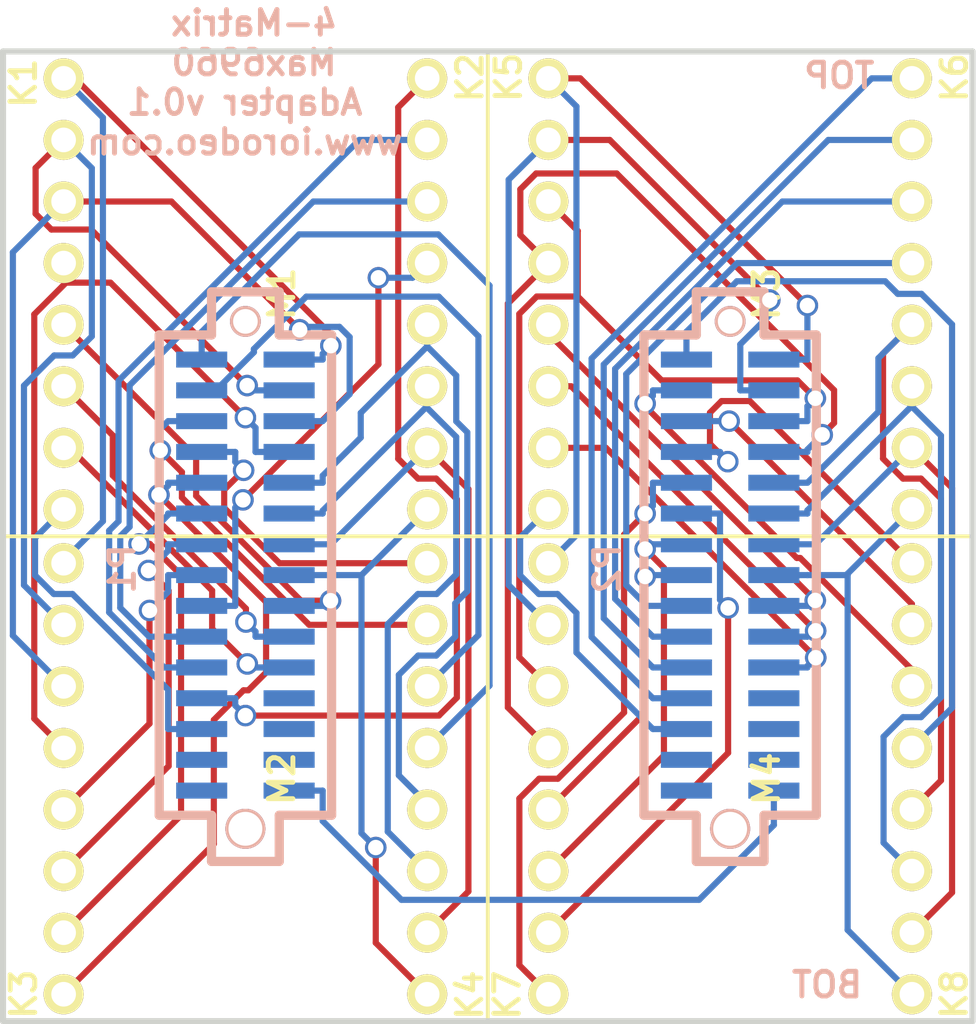
<source format=kicad_pcb>
(kicad_pcb (version 3) (host pcbnew "(2013-mar-13)-testing")

  (general
    (links 65)
    (no_connects 0)
    (area 49.721799 49.721799 90.278201 90.278201)
    (thickness 1.6)
    (drawings 15)
    (tracks 413)
    (zones 0)
    (modules 6)
    (nets 60)
  )

  (page A4)
  (layers
    (15 F.Cu signal)
    (0 B.Cu signal)
    (16 B.Adhes user)
    (17 F.Adhes user)
    (18 B.Paste user)
    (19 F.Paste user)
    (20 B.SilkS user)
    (21 F.SilkS user)
    (22 B.Mask user)
    (23 F.Mask user)
    (24 Dwgs.User user)
    (25 Cmts.User user)
    (26 Eco1.User user)
    (27 Eco2.User user)
    (28 Edge.Cuts user)
  )

  (setup
    (last_trace_width 0.254)
    (trace_clearance 0.2032)
    (zone_clearance 0.127)
    (zone_45_only no)
    (trace_min 0.254)
    (segment_width 0.2)
    (edge_width 0.25)
    (via_size 0.889)
    (via_drill 0.635)
    (via_min_size 0.889)
    (via_min_drill 0.508)
    (uvia_size 0.508)
    (uvia_drill 0.127)
    (uvias_allowed no)
    (uvia_min_size 0.508)
    (uvia_min_drill 0.127)
    (pcb_text_width 0.2032)
    (pcb_text_size 1.016 1.016)
    (mod_edge_width 0.2)
    (mod_text_size 1.5 1.5)
    (mod_text_width 0.15)
    (pad_size 1.651 1.651)
    (pad_drill 1.016)
    (pad_to_mask_clearance 0.2)
    (aux_axis_origin 0 0)
    (visible_elements FFFFFF7F)
    (pcbplotparams
      (layerselection 284196865)
      (usegerberextensions true)
      (excludeedgelayer true)
      (linewidth 0.150000)
      (plotframeref false)
      (viasonmask false)
      (mode 1)
      (useauxorigin false)
      (hpglpennumber 1)
      (hpglpenspeed 20)
      (hpglpendiameter 15)
      (hpglpenoverlay 2)
      (psnegative false)
      (psa4output false)
      (plotreference true)
      (plotvalue true)
      (plotothertext true)
      (plotinvisibletext false)
      (padsonsilk false)
      (subtractmaskfromsilk false)
      (outputformat 1)
      (mirror false)
      (drillshape 0)
      (scaleselection 1)
      (outputdirectory gerber_v0p1/))
  )

  (net 0 "")
  (net 1 /COL_A1)
  (net 2 /COL_A10)
  (net 3 /COL_A11)
  (net 4 /COL_A12)
  (net 5 /COL_A13)
  (net 6 /COL_A14)
  (net 7 /COL_A15)
  (net 8 /COL_A16)
  (net 9 /COL_A2)
  (net 10 /COL_A3)
  (net 11 /COL_A4)
  (net 12 /COL_A5)
  (net 13 /COL_A6)
  (net 14 /COL_A7)
  (net 15 /COL_A8)
  (net 16 /COL_A9)
  (net 17 /COL_B1)
  (net 18 /COL_B10)
  (net 19 /COL_B11)
  (net 20 /COL_B12)
  (net 21 /COL_B13)
  (net 22 /COL_B14)
  (net 23 /COL_B15)
  (net 24 /COL_B16)
  (net 25 /COL_B2)
  (net 26 /COL_B3)
  (net 27 /COL_B4)
  (net 28 /COL_B5)
  (net 29 /COL_B6)
  (net 30 /COL_B7)
  (net 31 /COL_B8)
  (net 32 /COL_B9)
  (net 33 /ROW_A1)
  (net 34 /ROW_A2)
  (net 35 /ROW_A3)
  (net 36 /ROW_A4)
  (net 37 /ROW_A5)
  (net 38 /ROW_A6)
  (net 39 /ROW_A7)
  (net 40 /ROW_A8)
  (net 41 /ROW_B1)
  (net 42 /ROW_B2)
  (net 43 /ROW_B3)
  (net 44 /ROW_B4)
  (net 45 /ROW_B5)
  (net 46 /ROW_B6)
  (net 47 /ROW_B7)
  (net 48 /ROW_B8)
  (net 49 GND)
  (net 50 N-0000022)
  (net 51 N-0000023)
  (net 52 N-0000024)
  (net 53 N-0000026)
  (net 54 N-0000027)
  (net 55 N-0000029)
  (net 56 N-0000031)
  (net 57 N-0000035)
  (net 58 N-0000036)
  (net 59 N-0000037)

  (net_class Default "This is the default net class."
    (clearance 0.2032)
    (trace_width 0.254)
    (via_dia 0.889)
    (via_drill 0.635)
    (uvia_dia 0.508)
    (uvia_drill 0.127)
    (add_net "")
    (add_net /COL_A1)
    (add_net /COL_A10)
    (add_net /COL_A11)
    (add_net /COL_A12)
    (add_net /COL_A13)
    (add_net /COL_A14)
    (add_net /COL_A15)
    (add_net /COL_A16)
    (add_net /COL_A2)
    (add_net /COL_A3)
    (add_net /COL_A4)
    (add_net /COL_A5)
    (add_net /COL_A6)
    (add_net /COL_A7)
    (add_net /COL_A8)
    (add_net /COL_A9)
    (add_net /COL_B1)
    (add_net /COL_B10)
    (add_net /COL_B11)
    (add_net /COL_B12)
    (add_net /COL_B13)
    (add_net /COL_B14)
    (add_net /COL_B15)
    (add_net /COL_B16)
    (add_net /COL_B2)
    (add_net /COL_B3)
    (add_net /COL_B4)
    (add_net /COL_B5)
    (add_net /COL_B6)
    (add_net /COL_B7)
    (add_net /COL_B8)
    (add_net /COL_B9)
    (add_net /ROW_A1)
    (add_net /ROW_A2)
    (add_net /ROW_A3)
    (add_net /ROW_A4)
    (add_net /ROW_A5)
    (add_net /ROW_A6)
    (add_net /ROW_A7)
    (add_net /ROW_A8)
    (add_net /ROW_B1)
    (add_net /ROW_B2)
    (add_net /ROW_B3)
    (add_net /ROW_B4)
    (add_net /ROW_B5)
    (add_net /ROW_B6)
    (add_net /ROW_B7)
    (add_net /ROW_B8)
    (add_net GND)
    (add_net N-0000022)
    (add_net N-0000023)
    (add_net N-0000024)
    (add_net N-0000026)
    (add_net N-0000027)
    (add_net N-0000029)
    (add_net N-0000031)
    (add_net N-0000035)
    (add_net N-0000036)
    (add_net N-0000037)
  )

  (module LED_MATRIX_20MM_8x8 (layer F.Cu) (tedit 52123850) (tstamp 520BFF05)
    (at 60 60)
    (path /52004052)
    (fp_text reference M1 (at 1.5 0 90) (layer F.SilkS)
      (effects (font (size 1.016 1.016) (thickness 0.2032)))
    )
    (fp_text value BETLUX-LED-8X8_C (at -1 0 90) (layer F.SilkS) hide
      (effects (font (size 1.016 1.016) (thickness 0.2032)))
    )
    (fp_line (start 0 -10) (end 10 -10) (layer F.SilkS) (width 0.15))
    (fp_line (start 10 -10) (end 10 10) (layer F.SilkS) (width 0.15))
    (fp_line (start 10 10) (end -10 10) (layer F.SilkS) (width 0.15))
    (fp_line (start -10 10) (end -10 -10) (layer F.SilkS) (width 0.15))
    (fp_line (start -10 -10) (end 0.5 -10) (layer F.SilkS) (width 0.15))
    (pad 1 thru_hole circle (at -7.5 -8.89) (size 1.651 1.651) (drill 1.016)
      (layers *.Cu *.Mask F.SilkS)
      (net 33 /ROW_A1)
    )
    (pad 2 thru_hole circle (at -7.5 -6.35) (size 1.651 1.651) (drill 1.016)
      (layers *.Cu *.Mask F.SilkS)
      (net 34 /ROW_A2)
    )
    (pad 3 thru_hole circle (at -7.5 -3.81) (size 1.651 1.651) (drill 1.016)
      (layers *.Cu *.Mask F.SilkS)
      (net 35 /ROW_A3)
    )
    (pad 4 thru_hole circle (at -7.5 -1.27) (size 1.651 1.651) (drill 1.016)
      (layers *.Cu *.Mask F.SilkS)
      (net 36 /ROW_A4)
    )
    (pad 5 thru_hole circle (at -7.5 1.27) (size 1.651 1.651) (drill 1.016)
      (layers *.Cu *.Mask F.SilkS)
      (net 1 /COL_A1)
    )
    (pad 6 thru_hole circle (at -7.5 3.81) (size 1.651 1.651) (drill 1.016)
      (layers *.Cu *.Mask F.SilkS)
      (net 9 /COL_A2)
    )
    (pad 7 thru_hole circle (at -7.5 6.35) (size 1.651 1.651) (drill 1.016)
      (layers *.Cu *.Mask F.SilkS)
      (net 10 /COL_A3)
    )
    (pad 8 thru_hole circle (at -7.5 8.89) (size 1.651 1.651) (drill 1.016)
      (layers *.Cu *.Mask F.SilkS)
      (net 11 /COL_A4)
    )
    (pad 9 thru_hole circle (at 7.5 8.89) (size 1.651 1.651) (drill 1.016)
      (layers *.Cu *.Mask F.SilkS)
      (net 40 /ROW_A8)
    )
    (pad 10 thru_hole circle (at 7.5 6.35) (size 1.651 1.651) (drill 1.016)
      (layers *.Cu *.Mask F.SilkS)
      (net 39 /ROW_A7)
    )
    (pad 11 thru_hole circle (at 7.5 3.81) (size 1.651 1.651) (drill 1.016)
      (layers *.Cu *.Mask F.SilkS)
      (net 38 /ROW_A6)
    )
    (pad 12 thru_hole circle (at 7.5 1.27) (size 1.651 1.651) (drill 1.016)
      (layers *.Cu *.Mask F.SilkS)
      (net 37 /ROW_A5)
    )
    (pad 13 thru_hole circle (at 7.5 -1.27) (size 1.651 1.651) (drill 1.016)
      (layers *.Cu *.Mask F.SilkS)
      (net 15 /COL_A8)
    )
    (pad 14 thru_hole circle (at 7.5 -3.81) (size 1.651 1.651) (drill 1.016)
      (layers *.Cu *.Mask F.SilkS)
      (net 14 /COL_A7)
    )
    (pad 15 thru_hole circle (at 7.5 -6.35) (size 1.651 1.651) (drill 1.016)
      (layers *.Cu *.Mask F.SilkS)
      (net 13 /COL_A6)
    )
    (pad 16 thru_hole circle (at 7.5 -8.89) (size 1.651 1.651) (drill 1.016)
      (layers *.Cu *.Mask F.SilkS)
      (net 12 /COL_A5)
    )
  )

  (module LED_MATRIX_20MM_8x8 (layer F.Cu) (tedit 5212383B) (tstamp 520BFED1)
    (at 60 80)
    (path /52004061)
    (fp_text reference M2 (at 1.5 0 90) (layer F.SilkS)
      (effects (font (size 1.016 1.016) (thickness 0.2032)))
    )
    (fp_text value BETLUX-LED-8X8_C (at -1 0 90) (layer F.SilkS) hide
      (effects (font (size 1.016 1.016) (thickness 0.2032)))
    )
    (fp_line (start 0 -10) (end 10 -10) (layer F.SilkS) (width 0.15))
    (fp_line (start 10 -10) (end 10 10) (layer F.SilkS) (width 0.15))
    (fp_line (start 10 10) (end -10 10) (layer F.SilkS) (width 0.15))
    (fp_line (start -10 10) (end -10 -10) (layer F.SilkS) (width 0.15))
    (fp_line (start -10 -10) (end 0.5 -10) (layer F.SilkS) (width 0.15))
    (pad 1 thru_hole circle (at -7.5 -8.89) (size 1.651 1.651) (drill 1.016)
      (layers *.Cu *.Mask F.SilkS)
      (net 33 /ROW_A1)
    )
    (pad 2 thru_hole circle (at -7.5 -6.35) (size 1.651 1.651) (drill 1.016)
      (layers *.Cu *.Mask F.SilkS)
      (net 34 /ROW_A2)
    )
    (pad 3 thru_hole circle (at -7.5 -3.81) (size 1.651 1.651) (drill 1.016)
      (layers *.Cu *.Mask F.SilkS)
      (net 35 /ROW_A3)
    )
    (pad 4 thru_hole circle (at -7.5 -1.27) (size 1.651 1.651) (drill 1.016)
      (layers *.Cu *.Mask F.SilkS)
      (net 36 /ROW_A4)
    )
    (pad 5 thru_hole circle (at -7.5 1.27) (size 1.651 1.651) (drill 1.016)
      (layers *.Cu *.Mask F.SilkS)
      (net 16 /COL_A9)
    )
    (pad 6 thru_hole circle (at -7.5 3.81) (size 1.651 1.651) (drill 1.016)
      (layers *.Cu *.Mask F.SilkS)
      (net 2 /COL_A10)
    )
    (pad 7 thru_hole circle (at -7.5 6.35) (size 1.651 1.651) (drill 1.016)
      (layers *.Cu *.Mask F.SilkS)
      (net 3 /COL_A11)
    )
    (pad 8 thru_hole circle (at -7.5 8.89) (size 1.651 1.651) (drill 1.016)
      (layers *.Cu *.Mask F.SilkS)
      (net 4 /COL_A12)
    )
    (pad 9 thru_hole circle (at 7.5 8.89) (size 1.651 1.651) (drill 1.016)
      (layers *.Cu *.Mask F.SilkS)
      (net 40 /ROW_A8)
    )
    (pad 10 thru_hole circle (at 7.5 6.35) (size 1.651 1.651) (drill 1.016)
      (layers *.Cu *.Mask F.SilkS)
      (net 39 /ROW_A7)
    )
    (pad 11 thru_hole circle (at 7.5 3.81) (size 1.651 1.651) (drill 1.016)
      (layers *.Cu *.Mask F.SilkS)
      (net 38 /ROW_A6)
    )
    (pad 12 thru_hole circle (at 7.5 1.27) (size 1.651 1.651) (drill 1.016)
      (layers *.Cu *.Mask F.SilkS)
      (net 37 /ROW_A5)
    )
    (pad 13 thru_hole circle (at 7.5 -1.27) (size 1.651 1.651) (drill 1.016)
      (layers *.Cu *.Mask F.SilkS)
      (net 8 /COL_A16)
    )
    (pad 14 thru_hole circle (at 7.5 -3.81) (size 1.651 1.651) (drill 1.016)
      (layers *.Cu *.Mask F.SilkS)
      (net 7 /COL_A15)
    )
    (pad 15 thru_hole circle (at 7.5 -6.35) (size 1.651 1.651) (drill 1.016)
      (layers *.Cu *.Mask F.SilkS)
      (net 6 /COL_A14)
    )
    (pad 16 thru_hole circle (at 7.5 -8.89) (size 1.651 1.651) (drill 1.016)
      (layers *.Cu *.Mask F.SilkS)
      (net 5 /COL_A13)
    )
  )

  (module LED_MATRIX_20MM_8x8 (layer F.Cu) (tedit 52123849) (tstamp 520047A3)
    (at 80 60)
    (path /52004070)
    (fp_text reference M3 (at 1.5 0 90) (layer F.SilkS)
      (effects (font (size 1.016 1.016) (thickness 0.2032)))
    )
    (fp_text value BETLUX-LED-8X8_C (at -1 0 90) (layer F.SilkS) hide
      (effects (font (size 1.016 1.016) (thickness 0.2032)))
    )
    (fp_line (start 0 -10) (end 10 -10) (layer F.SilkS) (width 0.15))
    (fp_line (start 10 -10) (end 10 10) (layer F.SilkS) (width 0.15))
    (fp_line (start 10 10) (end -10 10) (layer F.SilkS) (width 0.15))
    (fp_line (start -10 10) (end -10 -10) (layer F.SilkS) (width 0.15))
    (fp_line (start -10 -10) (end 0.5 -10) (layer F.SilkS) (width 0.15))
    (pad 1 thru_hole circle (at -7.5 -8.89) (size 1.651 1.651) (drill 1.016)
      (layers *.Cu *.Mask F.SilkS)
      (net 41 /ROW_B1)
    )
    (pad 2 thru_hole circle (at -7.5 -6.35) (size 1.651 1.651) (drill 1.016)
      (layers *.Cu *.Mask F.SilkS)
      (net 42 /ROW_B2)
    )
    (pad 3 thru_hole circle (at -7.5 -3.81) (size 1.651 1.651) (drill 1.016)
      (layers *.Cu *.Mask F.SilkS)
      (net 43 /ROW_B3)
    )
    (pad 4 thru_hole circle (at -7.5 -1.27) (size 1.651 1.651) (drill 1.016)
      (layers *.Cu *.Mask F.SilkS)
      (net 44 /ROW_B4)
    )
    (pad 5 thru_hole circle (at -7.5 1.27) (size 1.651 1.651) (drill 1.016)
      (layers *.Cu *.Mask F.SilkS)
      (net 17 /COL_B1)
    )
    (pad 6 thru_hole circle (at -7.5 3.81) (size 1.651 1.651) (drill 1.016)
      (layers *.Cu *.Mask F.SilkS)
      (net 25 /COL_B2)
    )
    (pad 7 thru_hole circle (at -7.5 6.35) (size 1.651 1.651) (drill 1.016)
      (layers *.Cu *.Mask F.SilkS)
      (net 26 /COL_B3)
    )
    (pad 8 thru_hole circle (at -7.5 8.89) (size 1.651 1.651) (drill 1.016)
      (layers *.Cu *.Mask F.SilkS)
      (net 27 /COL_B4)
    )
    (pad 9 thru_hole circle (at 7.5 8.89) (size 1.651 1.651) (drill 1.016)
      (layers *.Cu *.Mask F.SilkS)
      (net 48 /ROW_B8)
    )
    (pad 10 thru_hole circle (at 7.5 6.35) (size 1.651 1.651) (drill 1.016)
      (layers *.Cu *.Mask F.SilkS)
      (net 47 /ROW_B7)
    )
    (pad 11 thru_hole circle (at 7.5 3.81) (size 1.651 1.651) (drill 1.016)
      (layers *.Cu *.Mask F.SilkS)
      (net 46 /ROW_B6)
    )
    (pad 12 thru_hole circle (at 7.5 1.27) (size 1.651 1.651) (drill 1.016)
      (layers *.Cu *.Mask F.SilkS)
      (net 45 /ROW_B5)
    )
    (pad 13 thru_hole circle (at 7.5 -1.27) (size 1.651 1.651) (drill 1.016)
      (layers *.Cu *.Mask F.SilkS)
      (net 31 /COL_B8)
    )
    (pad 14 thru_hole circle (at 7.5 -3.81) (size 1.651 1.651) (drill 1.016)
      (layers *.Cu *.Mask F.SilkS)
      (net 30 /COL_B7)
    )
    (pad 15 thru_hole circle (at 7.5 -6.35) (size 1.651 1.651) (drill 1.016)
      (layers *.Cu *.Mask F.SilkS)
      (net 29 /COL_B6)
    )
    (pad 16 thru_hole circle (at 7.5 -8.89) (size 1.651 1.651) (drill 1.016)
      (layers *.Cu *.Mask F.SilkS)
      (net 28 /COL_B5)
    )
  )

  (module LED_MATRIX_20MM_8x8 (layer F.Cu) (tedit 52123842) (tstamp 520047BC)
    (at 80 80)
    (path /5200407F)
    (fp_text reference M4 (at 1.5 0 90) (layer F.SilkS)
      (effects (font (size 1.016 1.016) (thickness 0.2032)))
    )
    (fp_text value BETLUX-LED-8X8_C (at -1 0 90) (layer F.SilkS) hide
      (effects (font (size 1.016 1.016) (thickness 0.2032)))
    )
    (fp_line (start 0 -10) (end 10 -10) (layer F.SilkS) (width 0.15))
    (fp_line (start 10 -10) (end 10 10) (layer F.SilkS) (width 0.15))
    (fp_line (start 10 10) (end -10 10) (layer F.SilkS) (width 0.15))
    (fp_line (start -10 10) (end -10 -10) (layer F.SilkS) (width 0.15))
    (fp_line (start -10 -10) (end 0.5 -10) (layer F.SilkS) (width 0.15))
    (pad 1 thru_hole circle (at -7.5 -8.89) (size 1.651 1.651) (drill 1.016)
      (layers *.Cu *.Mask F.SilkS)
      (net 41 /ROW_B1)
    )
    (pad 2 thru_hole circle (at -7.5 -6.35) (size 1.651 1.651) (drill 1.016)
      (layers *.Cu *.Mask F.SilkS)
      (net 42 /ROW_B2)
    )
    (pad 3 thru_hole circle (at -7.5 -3.81) (size 1.651 1.651) (drill 1.016)
      (layers *.Cu *.Mask F.SilkS)
      (net 43 /ROW_B3)
    )
    (pad 4 thru_hole circle (at -7.5 -1.27) (size 1.651 1.651) (drill 1.016)
      (layers *.Cu *.Mask F.SilkS)
      (net 44 /ROW_B4)
    )
    (pad 5 thru_hole circle (at -7.5 1.27) (size 1.651 1.651) (drill 1.016)
      (layers *.Cu *.Mask F.SilkS)
      (net 32 /COL_B9)
    )
    (pad 6 thru_hole circle (at -7.5 3.81) (size 1.651 1.651) (drill 1.016)
      (layers *.Cu *.Mask F.SilkS)
      (net 18 /COL_B10)
    )
    (pad 7 thru_hole circle (at -7.5 6.35) (size 1.651 1.651) (drill 1.016)
      (layers *.Cu *.Mask F.SilkS)
      (net 19 /COL_B11)
    )
    (pad 8 thru_hole circle (at -7.5 8.89) (size 1.651 1.651) (drill 1.016)
      (layers *.Cu *.Mask F.SilkS)
      (net 20 /COL_B12)
    )
    (pad 9 thru_hole circle (at 7.5 8.89) (size 1.651 1.651) (drill 1.016)
      (layers *.Cu *.Mask F.SilkS)
      (net 48 /ROW_B8)
    )
    (pad 10 thru_hole circle (at 7.5 6.35) (size 1.651 1.651) (drill 1.016)
      (layers *.Cu *.Mask F.SilkS)
      (net 47 /ROW_B7)
    )
    (pad 11 thru_hole circle (at 7.5 3.81) (size 1.651 1.651) (drill 1.016)
      (layers *.Cu *.Mask F.SilkS)
      (net 46 /ROW_B6)
    )
    (pad 12 thru_hole circle (at 7.5 1.27) (size 1.651 1.651) (drill 1.016)
      (layers *.Cu *.Mask F.SilkS)
      (net 45 /ROW_B5)
    )
    (pad 13 thru_hole circle (at 7.5 -1.27) (size 1.651 1.651) (drill 1.016)
      (layers *.Cu *.Mask F.SilkS)
      (net 24 /COL_B16)
    )
    (pad 14 thru_hole circle (at 7.5 -3.81) (size 1.651 1.651) (drill 1.016)
      (layers *.Cu *.Mask F.SilkS)
      (net 23 /COL_B15)
    )
    (pad 15 thru_hole circle (at 7.5 -6.35) (size 1.651 1.651) (drill 1.016)
      (layers *.Cu *.Mask F.SilkS)
      (net 22 /COL_B14)
    )
    (pad 16 thru_hole circle (at 7.5 -8.89) (size 1.651 1.651) (drill 1.016)
      (layers *.Cu *.Mask F.SilkS)
      (net 21 /COL_B13)
    )
  )

  (module SMD_PIN_ARRAY_F_0P5IN_15X2 (layer B.Cu) (tedit 5213A8F5) (tstamp 520BF9EB)
    (at 60 71.6 180)
    (path /520BF30D)
    (fp_text reference P1 (at 5.08 0.254 450) (layer B.SilkS)
      (effects (font (size 1.016 1.016) (thickness 0.2032)) (justify mirror))
    )
    (fp_text value CONN15X2 (at -5.207 0.127 270) (layer B.SilkS) hide
      (effects (font (size 1.016 1.016) (thickness 0.2032)) (justify mirror))
    )
    (fp_line (start 1.397 -9.906) (end 3.556 -9.906) (layer B.SilkS) (width 0.381))
    (fp_line (start -3.556 -9.906) (end -1.397 -9.906) (layer B.SilkS) (width 0.381))
    (fp_line (start -1.397 -9.906) (end -1.397 -11.684) (layer B.SilkS) (width 0.381))
    (fp_line (start -1.397 -11.684) (end -1.397 -11.811) (layer B.SilkS) (width 0.381))
    (fp_line (start -1.397 -11.811) (end 1.27 -11.811) (layer B.SilkS) (width 0.381))
    (fp_line (start 1.27 -11.811) (end 1.397 -11.811) (layer B.SilkS) (width 0.381))
    (fp_line (start 1.397 -11.811) (end 1.397 -9.906) (layer B.SilkS) (width 0.381))
    (fp_line (start 1.397 9.906) (end 3.556 9.906) (layer B.SilkS) (width 0.381))
    (fp_line (start 1.27 11.684) (end 1.397 11.684) (layer B.SilkS) (width 0.381))
    (fp_line (start 1.397 11.684) (end 1.397 9.906) (layer B.SilkS) (width 0.381))
    (fp_line (start 1.143 11.684) (end 1.27 11.684) (layer B.SilkS) (width 0.381))
    (fp_line (start -1.397 9.906) (end -1.397 11.557) (layer B.SilkS) (width 0.381))
    (fp_line (start -1.397 11.557) (end -1.397 11.684) (layer B.SilkS) (width 0.381))
    (fp_line (start -1.397 11.684) (end 1.143 11.684) (layer B.SilkS) (width 0.381))
    (fp_line (start -3.556 9.906) (end -1.397 9.906) (layer B.SilkS) (width 0.381))
    (fp_line (start 3.556 -9.906) (end 3.556 9.779) (layer B.SilkS) (width 0.381))
    (fp_line (start 3.556 9.779) (end 3.556 9.906) (layer B.SilkS) (width 0.381))
    (fp_line (start -3.556 9.906) (end -3.556 -9.779) (layer B.SilkS) (width 0.381))
    (fp_line (start -3.556 -9.779) (end -3.556 -9.906) (layer B.SilkS) (width 0.381))
    (pad 2 smd rect (at -1.8034 8.89 180) (size 2.1082 0.6604)
      (layers B.Cu B.Paste B.Mask)
      (net 33 /ROW_A1)
    )
    (pad 1 smd rect (at 1.8034 8.89 180) (size 2.1082 0.6604)
      (layers B.Cu B.Paste B.Mask)
      (net 8 /COL_A16)
    )
    (pad 4 smd rect (at -1.8034 7.62 180) (size 2.1082 0.6604)
      (layers B.Cu B.Paste B.Mask)
      (net 34 /ROW_A2)
    )
    (pad 3 smd rect (at 1.8034 7.62 180) (size 2.1082 0.6604)
      (layers B.Cu B.Paste B.Mask)
      (net 7 /COL_A15)
    )
    (pad 6 smd rect (at -1.8034 6.35 180) (size 2.1082 0.6604)
      (layers B.Cu B.Paste B.Mask)
      (net 35 /ROW_A3)
    )
    (pad 5 smd rect (at 1.8034 6.35 180) (size 2.1082 0.6604)
      (layers B.Cu B.Paste B.Mask)
      (net 6 /COL_A14)
    )
    (pad 8 smd rect (at -1.8034 5.08 180) (size 2.1082 0.6604)
      (layers B.Cu B.Paste B.Mask)
      (net 36 /ROW_A4)
    )
    (pad 7 smd rect (at 1.8034 5.08 180) (size 2.1082 0.6604)
      (layers B.Cu B.Paste B.Mask)
      (net 5 /COL_A13)
    )
    (pad 10 smd rect (at -1.8034 3.81 180) (size 2.1082 0.6604)
      (layers B.Cu B.Paste B.Mask)
      (net 37 /ROW_A5)
    )
    (pad 9 smd rect (at 1.8034 3.81 180) (size 2.1082 0.6604)
      (layers B.Cu B.Paste B.Mask)
      (net 4 /COL_A12)
    )
    (pad 12 smd rect (at -1.8034 2.54 180) (size 2.1082 0.6604)
      (layers B.Cu B.Paste B.Mask)
      (net 38 /ROW_A6)
    )
    (pad 11 smd rect (at 1.8034 2.54 180) (size 2.1082 0.6604)
      (layers B.Cu B.Paste B.Mask)
      (net 3 /COL_A11)
    )
    (pad 14 smd rect (at -1.8034 1.27 180) (size 2.1082 0.6604)
      (layers B.Cu B.Paste B.Mask)
      (net 39 /ROW_A7)
    )
    (pad 13 smd rect (at 1.8034 1.27 180) (size 2.1082 0.6604)
      (layers B.Cu B.Paste B.Mask)
      (net 2 /COL_A10)
    )
    (pad 16 smd rect (at -1.8034 0 180) (size 2.1082 0.6604)
      (layers B.Cu B.Paste B.Mask)
      (net 40 /ROW_A8)
    )
    (pad 15 smd rect (at 1.8034 0 180) (size 2.1082 0.6604)
      (layers B.Cu B.Paste B.Mask)
      (net 16 /COL_A9)
    )
    (pad 18 smd rect (at -1.8034 -1.27 180) (size 2.1082 0.6604)
      (layers B.Cu B.Paste B.Mask)
      (net 1 /COL_A1)
    )
    (pad 17 smd rect (at 1.8034 -1.27 180) (size 2.1082 0.6604)
      (layers B.Cu B.Paste B.Mask)
      (net 15 /COL_A8)
    )
    (pad 20 smd rect (at -1.8034 -2.54 180) (size 2.1082 0.6604)
      (layers B.Cu B.Paste B.Mask)
      (net 9 /COL_A2)
    )
    (pad 19 smd rect (at 1.8034 -2.54 180) (size 2.1082 0.6604)
      (layers B.Cu B.Paste B.Mask)
      (net 14 /COL_A7)
    )
    (pad 22 smd rect (at -1.8034 -3.81 180) (size 2.1082 0.6604)
      (layers B.Cu B.Paste B.Mask)
      (net 10 /COL_A3)
    )
    (pad 21 smd rect (at 1.8034 -3.81 180) (size 2.1082 0.6604)
      (layers B.Cu B.Paste B.Mask)
      (net 13 /COL_A6)
    )
    (pad 24 smd rect (at -1.8034 -5.08 180) (size 2.1082 0.6604)
      (layers B.Cu B.Paste B.Mask)
      (net 57 N-0000035)
    )
    (pad 23 smd rect (at 1.8034 -5.08 180) (size 2.1082 0.6604)
      (layers B.Cu B.Paste B.Mask)
      (net 12 /COL_A5)
    )
    (pad 26 smd rect (at -1.8034 -6.35 180) (size 2.1082 0.6604)
      (layers B.Cu B.Paste B.Mask)
      (net 58 N-0000036)
    )
    (pad 25 smd rect (at 1.8034 -6.35 180) (size 2.1082 0.6604)
      (layers B.Cu B.Paste B.Mask)
      (net 11 /COL_A4)
    )
    (pad 28 smd rect (at -1.8034 -7.62 180) (size 2.1082 0.6604)
      (layers B.Cu B.Paste B.Mask)
      (net 59 N-0000037)
    )
    (pad 27 smd rect (at 1.8034 -7.62 180) (size 2.1082 0.6604)
      (layers B.Cu B.Paste B.Mask)
      (net 51 N-0000023)
    )
    (pad 30 smd rect (at -1.8034 -8.89 180) (size 2.1082 0.6604)
      (layers B.Cu B.Paste B.Mask)
      (net 49 GND)
    )
    (pad 29 smd rect (at 1.8034 -8.89 180) (size 2.1082 0.6604)
      (layers B.Cu B.Paste B.Mask)
      (net 50 N-0000022)
    )
    (pad "" thru_hole circle (at 0 10.4648 180) (size 1.27 1.27) (drill 1.016)
      (layers *.Cu *.Mask B.SilkS)
    )
    (pad "" thru_hole circle (at 0 -10.4648 180) (size 1.651 1.651) (drill 1.397)
      (layers *.Cu *.Mask B.SilkS)
    )
  )

  (module SMD_PIN_ARRAY_F_0P5IN_15X2 (layer B.Cu) (tedit 5213A8FD) (tstamp 520BFA22)
    (at 80 71.6 180)
    (path /520BF31C)
    (fp_text reference P2 (at 5.08 0.254 450) (layer B.SilkS)
      (effects (font (size 1.016 1.016) (thickness 0.2032)) (justify mirror))
    )
    (fp_text value CONN15X2 (at -5.207 0.127 270) (layer B.SilkS) hide
      (effects (font (size 1.016 1.016) (thickness 0.2032)) (justify mirror))
    )
    (fp_line (start 1.397 -9.906) (end 3.556 -9.906) (layer B.SilkS) (width 0.381))
    (fp_line (start -3.556 -9.906) (end -1.397 -9.906) (layer B.SilkS) (width 0.381))
    (fp_line (start -1.397 -9.906) (end -1.397 -11.684) (layer B.SilkS) (width 0.381))
    (fp_line (start -1.397 -11.684) (end -1.397 -11.811) (layer B.SilkS) (width 0.381))
    (fp_line (start -1.397 -11.811) (end 1.27 -11.811) (layer B.SilkS) (width 0.381))
    (fp_line (start 1.27 -11.811) (end 1.397 -11.811) (layer B.SilkS) (width 0.381))
    (fp_line (start 1.397 -11.811) (end 1.397 -9.906) (layer B.SilkS) (width 0.381))
    (fp_line (start 1.397 9.906) (end 3.556 9.906) (layer B.SilkS) (width 0.381))
    (fp_line (start 1.27 11.684) (end 1.397 11.684) (layer B.SilkS) (width 0.381))
    (fp_line (start 1.397 11.684) (end 1.397 9.906) (layer B.SilkS) (width 0.381))
    (fp_line (start 1.143 11.684) (end 1.27 11.684) (layer B.SilkS) (width 0.381))
    (fp_line (start -1.397 9.906) (end -1.397 11.557) (layer B.SilkS) (width 0.381))
    (fp_line (start -1.397 11.557) (end -1.397 11.684) (layer B.SilkS) (width 0.381))
    (fp_line (start -1.397 11.684) (end 1.143 11.684) (layer B.SilkS) (width 0.381))
    (fp_line (start -3.556 9.906) (end -1.397 9.906) (layer B.SilkS) (width 0.381))
    (fp_line (start 3.556 -9.906) (end 3.556 9.779) (layer B.SilkS) (width 0.381))
    (fp_line (start 3.556 9.779) (end 3.556 9.906) (layer B.SilkS) (width 0.381))
    (fp_line (start -3.556 9.906) (end -3.556 -9.779) (layer B.SilkS) (width 0.381))
    (fp_line (start -3.556 -9.779) (end -3.556 -9.906) (layer B.SilkS) (width 0.381))
    (pad 2 smd rect (at -1.8034 8.89 180) (size 2.1082 0.6604)
      (layers B.Cu B.Paste B.Mask)
      (net 41 /ROW_B1)
    )
    (pad 1 smd rect (at 1.8034 8.89 180) (size 2.1082 0.6604)
      (layers B.Cu B.Paste B.Mask)
      (net 24 /COL_B16)
    )
    (pad 4 smd rect (at -1.8034 7.62 180) (size 2.1082 0.6604)
      (layers B.Cu B.Paste B.Mask)
      (net 42 /ROW_B2)
    )
    (pad 3 smd rect (at 1.8034 7.62 180) (size 2.1082 0.6604)
      (layers B.Cu B.Paste B.Mask)
      (net 23 /COL_B15)
    )
    (pad 6 smd rect (at -1.8034 6.35 180) (size 2.1082 0.6604)
      (layers B.Cu B.Paste B.Mask)
      (net 43 /ROW_B3)
    )
    (pad 5 smd rect (at 1.8034 6.35 180) (size 2.1082 0.6604)
      (layers B.Cu B.Paste B.Mask)
      (net 22 /COL_B14)
    )
    (pad 8 smd rect (at -1.8034 5.08 180) (size 2.1082 0.6604)
      (layers B.Cu B.Paste B.Mask)
      (net 44 /ROW_B4)
    )
    (pad 7 smd rect (at 1.8034 5.08 180) (size 2.1082 0.6604)
      (layers B.Cu B.Paste B.Mask)
      (net 21 /COL_B13)
    )
    (pad 10 smd rect (at -1.8034 3.81 180) (size 2.1082 0.6604)
      (layers B.Cu B.Paste B.Mask)
      (net 45 /ROW_B5)
    )
    (pad 9 smd rect (at 1.8034 3.81 180) (size 2.1082 0.6604)
      (layers B.Cu B.Paste B.Mask)
      (net 20 /COL_B12)
    )
    (pad 12 smd rect (at -1.8034 2.54 180) (size 2.1082 0.6604)
      (layers B.Cu B.Paste B.Mask)
      (net 46 /ROW_B6)
    )
    (pad 11 smd rect (at 1.8034 2.54 180) (size 2.1082 0.6604)
      (layers B.Cu B.Paste B.Mask)
      (net 19 /COL_B11)
    )
    (pad 14 smd rect (at -1.8034 1.27 180) (size 2.1082 0.6604)
      (layers B.Cu B.Paste B.Mask)
      (net 47 /ROW_B7)
    )
    (pad 13 smd rect (at 1.8034 1.27 180) (size 2.1082 0.6604)
      (layers B.Cu B.Paste B.Mask)
      (net 18 /COL_B10)
    )
    (pad 16 smd rect (at -1.8034 0 180) (size 2.1082 0.6604)
      (layers B.Cu B.Paste B.Mask)
      (net 48 /ROW_B8)
    )
    (pad 15 smd rect (at 1.8034 0 180) (size 2.1082 0.6604)
      (layers B.Cu B.Paste B.Mask)
      (net 32 /COL_B9)
    )
    (pad 18 smd rect (at -1.8034 -1.27 180) (size 2.1082 0.6604)
      (layers B.Cu B.Paste B.Mask)
      (net 17 /COL_B1)
    )
    (pad 17 smd rect (at 1.8034 -1.27 180) (size 2.1082 0.6604)
      (layers B.Cu B.Paste B.Mask)
      (net 31 /COL_B8)
    )
    (pad 20 smd rect (at -1.8034 -2.54 180) (size 2.1082 0.6604)
      (layers B.Cu B.Paste B.Mask)
      (net 25 /COL_B2)
    )
    (pad 19 smd rect (at 1.8034 -2.54 180) (size 2.1082 0.6604)
      (layers B.Cu B.Paste B.Mask)
      (net 30 /COL_B7)
    )
    (pad 22 smd rect (at -1.8034 -3.81 180) (size 2.1082 0.6604)
      (layers B.Cu B.Paste B.Mask)
      (net 26 /COL_B3)
    )
    (pad 21 smd rect (at 1.8034 -3.81 180) (size 2.1082 0.6604)
      (layers B.Cu B.Paste B.Mask)
      (net 29 /COL_B6)
    )
    (pad 24 smd rect (at -1.8034 -5.08 180) (size 2.1082 0.6604)
      (layers B.Cu B.Paste B.Mask)
      (net 56 N-0000031)
    )
    (pad 23 smd rect (at 1.8034 -5.08 180) (size 2.1082 0.6604)
      (layers B.Cu B.Paste B.Mask)
      (net 28 /COL_B5)
    )
    (pad 26 smd rect (at -1.8034 -6.35 180) (size 2.1082 0.6604)
      (layers B.Cu B.Paste B.Mask)
      (net 55 N-0000029)
    )
    (pad 25 smd rect (at 1.8034 -6.35 180) (size 2.1082 0.6604)
      (layers B.Cu B.Paste B.Mask)
      (net 27 /COL_B4)
    )
    (pad 28 smd rect (at -1.8034 -7.62 180) (size 2.1082 0.6604)
      (layers B.Cu B.Paste B.Mask)
      (net 53 N-0000026)
    )
    (pad 27 smd rect (at 1.8034 -7.62 180) (size 2.1082 0.6604)
      (layers B.Cu B.Paste B.Mask)
      (net 54 N-0000027)
    )
    (pad 30 smd rect (at -1.8034 -8.89 180) (size 2.1082 0.6604)
      (layers B.Cu B.Paste B.Mask)
      (net 49 GND)
    )
    (pad 29 smd rect (at 1.8034 -8.89 180) (size 2.1082 0.6604)
      (layers B.Cu B.Paste B.Mask)
      (net 52 N-0000024)
    )
    (pad "" thru_hole circle (at 0 10.4648 180) (size 1.27 1.27) (drill 1.016)
      (layers *.Cu *.Mask B.SilkS)
    )
    (pad "" thru_hole circle (at 0 -10.4648 180) (size 1.651 1.651) (drill 1.397)
      (layers *.Cu *.Mask B.SilkS)
    )
  )

  (gr_text K8 (at 89.2429 88.8873 90) (layer F.SilkS)
    (effects (font (size 1.016 1.016) (thickness 0.2032)))
  )
  (gr_text K7 (at 70.8025 88.9254 90) (layer F.SilkS)
    (effects (font (size 1.016 1.016) (thickness 0.2032)))
  )
  (gr_text K6 (at 89.2556 51.0794 90) (layer F.SilkS)
    (effects (font (size 1.016 1.016) (thickness 0.2032)))
  )
  (gr_text K5 (at 70.8533 51.0667 90) (layer F.SilkS)
    (effects (font (size 1.016 1.016) (thickness 0.2032)))
  )
  (gr_text K4 (at 69.2531 88.9254 90) (layer F.SilkS)
    (effects (font (size 1.016 1.016) (thickness 0.2032)))
  )
  (gr_text K3 (at 50.8508 88.8873 90) (layer F.SilkS)
    (effects (font (size 1.016 1.016) (thickness 0.2032)))
  )
  (gr_text K2 (at 69.2658 51.0794 90) (layer F.SilkS)
    (effects (font (size 1.016 1.016) (thickness 0.2032)))
  )
  (gr_text K1 (at 50.8381 51.308 90) (layer F.SilkS)
    (effects (font (size 1.016 1.016) (thickness 0.2032)))
  )
  (gr_text "4-Matrix \nMax6960 \nAdapter v0.1\nwww.iorodeo.com" (at 59.9694 51.2826) (layer B.SilkS)
    (effects (font (size 1.016 1.016) (thickness 0.2032)) (justify mirror))
  )
  (gr_text BOT (at 84 88.5) (layer B.SilkS)
    (effects (font (size 1.016 1.016) (thickness 0.2032)) (justify mirror))
  )
  (gr_text TOP (at 84.5 51) (layer B.SilkS)
    (effects (font (size 1.016 1.016) (thickness 0.2032)) (justify mirror))
  )
  (gr_line (start 90 90) (end 90 50) (angle 90) (layer Edge.Cuts) (width 0.25))
  (gr_line (start 50 90) (end 90 90) (angle 90) (layer Edge.Cuts) (width 0.25))
  (gr_line (start 50 50) (end 50 90) (angle 90) (layer Edge.Cuts) (width 0.25))
  (gr_line (start 90 50) (end 50 50) (angle 90) (layer Edge.Cuts) (width 0.25))

  (via (at 63.5131 72.6555) (size 0.889) (layers F.Cu B.Cu) (net 1))
  (segment (start 63.2986 72.87) (end 63.5131 72.6555) (width 0.254) (layer B.Cu) (net 1))
  (segment (start 61.8034 72.87) (end 63.2986 72.87) (width 0.254) (layer B.Cu) (net 1))
  (segment (start 62.2919 72.6555) (end 63.5131 72.6555) (width 0.254) (layer F.Cu) (net 1))
  (segment (start 57.968 68.3316) (end 62.2919 72.6555) (width 0.254) (layer F.Cu) (net 1))
  (segment (start 57.968 66.738) (end 57.968 68.3316) (width 0.254) (layer F.Cu) (net 1))
  (segment (start 52.5 61.27) (end 57.968 66.738) (width 0.254) (layer F.Cu) (net 1))
  (via (at 55.9989 71.4093) (size 0.889) (layers F.Cu B.Cu) (net 2))
  (segment (start 58.1966 70.33) (end 56.812 70.33) (width 0.254) (layer B.Cu) (net 2))
  (segment (start 56.812 70.5962) (end 55.9989 71.4093) (width 0.254) (layer B.Cu) (net 2))
  (segment (start 56.812 70.33) (end 56.812 70.5962) (width 0.254) (layer B.Cu) (net 2))
  (segment (start 56.8329 72.2433) (end 55.9989 71.4093) (width 0.254) (layer F.Cu) (net 2))
  (segment (start 56.8329 79.4771) (end 56.8329 72.2433) (width 0.254) (layer F.Cu) (net 2))
  (segment (start 52.5 83.81) (end 56.8329 79.4771) (width 0.254) (layer F.Cu) (net 2))
  (via (at 55.6117 70.3167) (size 0.889) (layers F.Cu B.Cu) (net 3))
  (segment (start 58.1966 69.06) (end 56.812 69.06) (width 0.254) (layer B.Cu) (net 3))
  (segment (start 56.812 69.1164) (end 55.6117 70.3167) (width 0.254) (layer B.Cu) (net 3))
  (segment (start 56.812 69.06) (end 56.812 69.1164) (width 0.254) (layer B.Cu) (net 3))
  (segment (start 57.3458 81.5042) (end 52.5 86.35) (width 0.254) (layer F.Cu) (net 3))
  (segment (start 57.3458 71.6015) (end 57.3458 81.5042) (width 0.254) (layer F.Cu) (net 3))
  (segment (start 56.061 70.3167) (end 57.3458 71.6015) (width 0.254) (layer F.Cu) (net 3))
  (segment (start 55.6117 70.3167) (end 56.061 70.3167) (width 0.254) (layer F.Cu) (net 3))
  (via (at 56.4329 68.2905) (size 0.889) (layers F.Cu B.Cu) (net 4))
  (segment (start 56.812 67.9114) (end 56.4329 68.2905) (width 0.254) (layer B.Cu) (net 4))
  (segment (start 56.812 67.79) (end 56.812 67.9114) (width 0.254) (layer B.Cu) (net 4))
  (segment (start 58.697 82.693) (end 52.5 88.89) (width 0.254) (layer F.Cu) (net 4))
  (segment (start 58.697 77.5759) (end 58.697 82.693) (width 0.254) (layer F.Cu) (net 4))
  (segment (start 59.9199 76.353) (end 58.697 77.5759) (width 0.254) (layer F.Cu) (net 4))
  (segment (start 60.1191 76.353) (end 59.9199 76.353) (width 0.254) (layer F.Cu) (net 4))
  (segment (start 60.8539 75.6182) (end 60.1191 76.353) (width 0.254) (layer F.Cu) (net 4))
  (segment (start 60.8539 72.7115) (end 60.8539 75.6182) (width 0.254) (layer F.Cu) (net 4))
  (segment (start 56.4329 68.2905) (end 60.8539 72.7115) (width 0.254) (layer F.Cu) (net 4))
  (segment (start 58.1966 67.79) (end 56.812 67.79) (width 0.254) (layer B.Cu) (net 4))
  (via (at 59.927 67.2767) (size 0.889) (layers F.Cu B.Cu) (net 5))
  (segment (start 59.5812 66.9309) (end 59.927 67.2767) (width 0.254) (layer B.Cu) (net 5))
  (segment (start 59.5812 66.52) (end 59.5812 66.9309) (width 0.254) (layer B.Cu) (net 5))
  (segment (start 61.4055 71.11) (end 67.5 71.11) (width 0.254) (layer F.Cu) (net 5))
  (segment (start 59.1251 68.8296) (end 61.4055 71.11) (width 0.254) (layer F.Cu) (net 5))
  (segment (start 59.1251 68.0786) (end 59.1251 68.8296) (width 0.254) (layer F.Cu) (net 5))
  (segment (start 59.927 67.2767) (end 59.1251 68.0786) (width 0.254) (layer F.Cu) (net 5))
  (segment (start 58.1966 66.52) (end 59.5812 66.52) (width 0.254) (layer B.Cu) (net 5))
  (via (at 56.4866 66.4559) (size 0.889) (layers F.Cu B.Cu) (net 6))
  (segment (start 58.1966 65.25) (end 56.812 65.25) (width 0.254) (layer B.Cu) (net 6))
  (segment (start 56.4866 65.5754) (end 56.4866 66.4559) (width 0.254) (layer B.Cu) (net 6))
  (segment (start 56.812 65.25) (end 56.4866 65.5754) (width 0.254) (layer B.Cu) (net 6))
  (segment (start 62.6293 73.65) (end 67.5 73.65) (width 0.254) (layer F.Cu) (net 6))
  (segment (start 57.3797 68.4004) (end 62.6293 73.65) (width 0.254) (layer F.Cu) (net 6))
  (segment (start 57.3797 67.349) (end 57.3797 68.4004) (width 0.254) (layer F.Cu) (net 6))
  (segment (start 56.4866 66.4559) (end 57.3797 67.349) (width 0.254) (layer F.Cu) (net 6))
  (segment (start 69.6142 74.0758) (end 67.5 76.19) (width 0.254) (layer B.Cu) (net 7))
  (segment (start 69.6142 61.7493) (end 69.6142 74.0758) (width 0.254) (layer B.Cu) (net 7))
  (segment (start 67.9788 60.1139) (end 69.6142 61.7493) (width 0.254) (layer B.Cu) (net 7))
  (segment (start 62.5115 60.1139) (end 67.9788 60.1139) (width 0.254) (layer B.Cu) (net 7))
  (segment (start 60.3491 62.2763) (end 62.5115 60.1139) (width 0.254) (layer B.Cu) (net 7))
  (segment (start 60.3491 62.4092) (end 60.3491 62.2763) (width 0.254) (layer B.Cu) (net 7))
  (segment (start 58.7783 63.98) (end 60.3491 62.4092) (width 0.254) (layer B.Cu) (net 7))
  (segment (start 58.1966 63.98) (end 58.7783 63.98) (width 0.254) (layer B.Cu) (net 7))
  (segment (start 70.0718 76.1582) (end 67.5 78.73) (width 0.254) (layer B.Cu) (net 8))
  (segment (start 70.0718 59.6567) (end 70.0718 76.1582) (width 0.254) (layer B.Cu) (net 8))
  (segment (start 67.9609 57.5458) (end 70.0718 59.6567) (width 0.254) (layer B.Cu) (net 8))
  (segment (start 62.2166 57.5458) (end 67.9609 57.5458) (width 0.254) (layer B.Cu) (net 8))
  (segment (start 58.1966 61.5658) (end 62.2166 57.5458) (width 0.254) (layer B.Cu) (net 8))
  (segment (start 58.1966 62.71) (end 58.1966 61.5658) (width 0.254) (layer B.Cu) (net 8))
  (via (at 60.0221 73.5364) (size 0.889) (layers F.Cu B.Cu) (net 9))
  (segment (start 61.8034 74.14) (end 60.4188 74.14) (width 0.254) (layer B.Cu) (net 9))
  (segment (start 60.4188 73.9331) (end 60.0221 73.5364) (width 0.254) (layer B.Cu) (net 9))
  (segment (start 60.4188 74.14) (end 60.4188 73.9331) (width 0.254) (layer B.Cu) (net 9))
  (segment (start 60.0221 72.9837) (end 60.0221 73.5364) (width 0.254) (layer F.Cu) (net 9))
  (segment (start 54.5276 67.4892) (end 60.0221 72.9837) (width 0.254) (layer F.Cu) (net 9))
  (segment (start 54.5276 65.8376) (end 54.5276 67.4892) (width 0.254) (layer F.Cu) (net 9))
  (segment (start 52.5 63.81) (end 54.5276 65.8376) (width 0.254) (layer F.Cu) (net 9))
  (via (at 60.0772 75.2645) (size 0.889) (layers F.Cu B.Cu) (net 10))
  (segment (start 61.8034 75.41) (end 60.4188 75.41) (width 0.254) (layer B.Cu) (net 10))
  (segment (start 60.2733 75.2645) (end 60.0772 75.2645) (width 0.254) (layer B.Cu) (net 10))
  (segment (start 60.4188 75.41) (end 60.2733 75.2645) (width 0.254) (layer B.Cu) (net 10))
  (segment (start 58.6283 73.8156) (end 60.0772 75.2645) (width 0.254) (layer F.Cu) (net 10))
  (segment (start 58.6283 72.237) (end 58.6283 73.8156) (width 0.254) (layer F.Cu) (net 10))
  (segment (start 52.7413 66.35) (end 58.6283 72.237) (width 0.254) (layer F.Cu) (net 10))
  (segment (start 52.5 66.35) (end 52.7413 66.35) (width 0.254) (layer F.Cu) (net 10))
  (segment (start 58.1966 77.95) (end 56.812 77.95) (width 0.254) (layer B.Cu) (net 11))
  (segment (start 56.812 76.3254) (end 56.812 77.95) (width 0.254) (layer B.Cu) (net 11))
  (segment (start 52.8666 72.38) (end 56.812 76.3254) (width 0.254) (layer B.Cu) (net 11))
  (segment (start 52.094 72.38) (end 52.8666 72.38) (width 0.254) (layer B.Cu) (net 11))
  (segment (start 51.3216 71.6076) (end 52.094 72.38) (width 0.254) (layer B.Cu) (net 11))
  (segment (start 51.3216 70.0684) (end 51.3216 71.6076) (width 0.254) (layer B.Cu) (net 11))
  (segment (start 52.5 68.89) (end 51.3216 70.0684) (width 0.254) (layer B.Cu) (net 11))
  (via (at 60 77.3945) (size 0.889) (layers F.Cu B.Cu) (net 12))
  (segment (start 58.1966 76.68) (end 59.5812 76.68) (width 0.254) (layer B.Cu) (net 12))
  (segment (start 59.5812 76.9757) (end 60 77.3945) (width 0.254) (layer B.Cu) (net 12))
  (segment (start 59.5812 76.68) (end 59.5812 76.9757) (width 0.254) (layer B.Cu) (net 12))
  (segment (start 67.9858 77.3945) (end 60 77.3945) (width 0.254) (layer F.Cu) (net 12))
  (segment (start 68.7248 76.6555) (end 67.9858 77.3945) (width 0.254) (layer F.Cu) (net 12))
  (segment (start 68.7248 68.472) (end 68.7248 76.6555) (width 0.254) (layer F.Cu) (net 12))
  (segment (start 67.8728 67.62) (end 68.7248 68.472) (width 0.254) (layer F.Cu) (net 12))
  (segment (start 67.1225 67.62) (end 67.8728 67.62) (width 0.254) (layer F.Cu) (net 12))
  (segment (start 66.3048 66.8023) (end 67.1225 67.62) (width 0.254) (layer F.Cu) (net 12))
  (segment (start 66.3048 52.3052) (end 66.3048 66.8023) (width 0.254) (layer F.Cu) (net 12))
  (segment (start 67.5 51.11) (end 66.3048 52.3052) (width 0.254) (layer F.Cu) (net 12))
  (segment (start 58.1966 75.41) (end 56.812 75.41) (width 0.254) (layer B.Cu) (net 13))
  (segment (start 56.6511 75.41) (end 56.812 75.41) (width 0.254) (layer B.Cu) (net 13))
  (segment (start 54.3792 73.1381) (end 56.6511 75.41) (width 0.254) (layer B.Cu) (net 13))
  (segment (start 54.3792 69.767) (end 54.3792 73.1381) (width 0.254) (layer B.Cu) (net 13))
  (segment (start 54.7664 69.3798) (end 54.3792 69.767) (width 0.254) (layer B.Cu) (net 13))
  (segment (start 54.7664 63.5802) (end 54.7664 69.3798) (width 0.254) (layer B.Cu) (net 13))
  (segment (start 64.6966 53.65) (end 54.7664 63.5802) (width 0.254) (layer B.Cu) (net 13))
  (segment (start 67.5 53.65) (end 64.6966 53.65) (width 0.254) (layer B.Cu) (net 13))
  (segment (start 58.1966 74.14) (end 56.812 74.14) (width 0.254) (layer B.Cu) (net 14))
  (segment (start 56.0281 74.14) (end 56.812 74.14) (width 0.254) (layer B.Cu) (net 14))
  (segment (start 54.8367 72.9486) (end 56.0281 74.14) (width 0.254) (layer B.Cu) (net 14))
  (segment (start 54.8367 69.9957) (end 54.8367 72.9486) (width 0.254) (layer B.Cu) (net 14))
  (segment (start 55.2239 69.6085) (end 54.8367 69.9957) (width 0.254) (layer B.Cu) (net 14))
  (segment (start 55.2239 63.7697) (end 55.2239 69.6085) (width 0.254) (layer B.Cu) (net 14))
  (segment (start 62.8036 56.19) (end 55.2239 63.7697) (width 0.254) (layer B.Cu) (net 14))
  (segment (start 67.5 56.19) (end 62.8036 56.19) (width 0.254) (layer B.Cu) (net 14))
  (via (at 59.9002 68.4969) (size 0.889) (layers F.Cu B.Cu) (net 15))
  (via (at 65.4874 59.3354) (size 0.889) (layers F.Cu B.Cu) (net 15))
  (segment (start 58.1966 72.87) (end 59.5812 72.87) (width 0.254) (layer B.Cu) (net 15))
  (segment (start 66.8946 59.3354) (end 65.4874 59.3354) (width 0.254) (layer B.Cu) (net 15))
  (segment (start 67.5 58.73) (end 66.8946 59.3354) (width 0.254) (layer B.Cu) (net 15))
  (segment (start 59.5812 68.8159) (end 59.9002 68.4969) (width 0.254) (layer B.Cu) (net 15))
  (segment (start 59.5812 72.87) (end 59.5812 68.8159) (width 0.254) (layer B.Cu) (net 15))
  (segment (start 65.4874 62.9097) (end 59.9002 68.4969) (width 0.254) (layer F.Cu) (net 15))
  (segment (start 65.4874 59.3354) (end 65.4874 62.9097) (width 0.254) (layer F.Cu) (net 15))
  (via (at 56.0429 73.0588) (size 0.889) (layers F.Cu B.Cu) (net 16))
  (segment (start 58.1966 71.6) (end 56.812 71.6) (width 0.254) (layer B.Cu) (net 16))
  (segment (start 56.812 72.2897) (end 56.0429 73.0588) (width 0.254) (layer B.Cu) (net 16))
  (segment (start 56.812 71.6) (end 56.812 72.2897) (width 0.254) (layer B.Cu) (net 16))
  (segment (start 56.0429 77.7271) (end 52.5 81.27) (width 0.254) (layer F.Cu) (net 16))
  (segment (start 56.0429 73.0588) (end 56.0429 77.7271) (width 0.254) (layer F.Cu) (net 16))
  (via (at 83.5115 72.645) (size 0.889) (layers F.Cu B.Cu) (net 17))
  (segment (start 83.413 72.645) (end 83.5115 72.645) (width 0.254) (layer B.Cu) (net 17))
  (segment (start 83.188 72.87) (end 83.413 72.645) (width 0.254) (layer B.Cu) (net 17))
  (segment (start 72.5 61.6335) (end 72.5 61.27) (width 0.254) (layer F.Cu) (net 17))
  (segment (start 83.5115 72.645) (end 72.5 61.6335) (width 0.254) (layer F.Cu) (net 17))
  (segment (start 81.8034 72.87) (end 83.188 72.87) (width 0.254) (layer B.Cu) (net 17))
  (via (at 76.4923 70.5258) (size 0.889) (layers F.Cu B.Cu) (net 18))
  (segment (start 78.1966 70.33) (end 76.812 70.33) (width 0.254) (layer B.Cu) (net 18))
  (segment (start 76.6162 70.5258) (end 76.4923 70.5258) (width 0.254) (layer B.Cu) (net 18))
  (segment (start 76.812 70.33) (end 76.6162 70.5258) (width 0.254) (layer B.Cu) (net 18))
  (segment (start 77.268 71.3015) (end 76.4923 70.5258) (width 0.254) (layer F.Cu) (net 18))
  (segment (start 77.268 79.042) (end 77.268 71.3015) (width 0.254) (layer F.Cu) (net 18))
  (segment (start 72.5 83.81) (end 77.268 79.042) (width 0.254) (layer F.Cu) (net 18))
  (via (at 79.9153 72.9547) (size 0.889) (layers F.Cu B.Cu) (net 19))
  (segment (start 79.5812 72.6206) (end 79.9153 72.9547) (width 0.254) (layer B.Cu) (net 19))
  (segment (start 79.5812 69.06) (end 79.5812 72.6206) (width 0.254) (layer B.Cu) (net 19))
  (segment (start 79.9153 78.9347) (end 72.5 86.35) (width 0.254) (layer F.Cu) (net 19))
  (segment (start 79.9153 72.9547) (end 79.9153 78.9347) (width 0.254) (layer F.Cu) (net 19))
  (segment (start 78.1966 69.06) (end 79.5812 69.06) (width 0.254) (layer B.Cu) (net 19))
  (via (at 76.4923 69.0639) (size 0.889) (layers F.Cu B.Cu) (net 20))
  (segment (start 78.1966 67.79) (end 76.812 67.79) (width 0.254) (layer B.Cu) (net 20))
  (segment (start 76.812 68.7442) (end 76.4923 69.0639) (width 0.254) (layer B.Cu) (net 20))
  (segment (start 76.812 67.79) (end 76.812 68.7442) (width 0.254) (layer B.Cu) (net 20))
  (segment (start 75.6232 69.933) (end 76.4923 69.0639) (width 0.254) (layer F.Cu) (net 20))
  (segment (start 75.6232 77.2694) (end 75.6232 69.933) (width 0.254) (layer F.Cu) (net 20))
  (segment (start 72.8926 80) (end 75.6232 77.2694) (width 0.254) (layer F.Cu) (net 20))
  (segment (start 72.1183 80) (end 72.8926 80) (width 0.254) (layer F.Cu) (net 20))
  (segment (start 71.304 80.8143) (end 72.1183 80) (width 0.254) (layer F.Cu) (net 20))
  (segment (start 71.304 87.694) (end 71.304 80.8143) (width 0.254) (layer F.Cu) (net 20))
  (segment (start 72.5 88.89) (end 71.304 87.694) (width 0.254) (layer F.Cu) (net 20))
  (via (at 79.9014 66.9209) (size 0.889) (layers F.Cu B.Cu) (net 21))
  (segment (start 78.1966 66.52) (end 79.5812 66.52) (width 0.254) (layer B.Cu) (net 21))
  (segment (start 79.5812 66.6007) (end 79.9014 66.9209) (width 0.254) (layer B.Cu) (net 21))
  (segment (start 79.5812 66.52) (end 79.5812 66.6007) (width 0.254) (layer B.Cu) (net 21))
  (segment (start 79.1671 66.1866) (end 79.9014 66.9209) (width 0.254) (layer F.Cu) (net 21))
  (segment (start 79.1671 64.9009) (end 79.1671 66.1866) (width 0.254) (layer F.Cu) (net 21))
  (segment (start 79.6467 64.4213) (end 79.1671 64.9009) (width 0.254) (layer F.Cu) (net 21))
  (segment (start 80.8113 64.4213) (end 79.6467 64.4213) (width 0.254) (layer F.Cu) (net 21))
  (segment (start 87.5 71.11) (end 80.8113 64.4213) (width 0.254) (layer F.Cu) (net 21))
  (via (at 79.957 65.25) (size 0.889) (layers F.Cu B.Cu) (net 22))
  (segment (start 78.1966 65.25) (end 79.957 65.25) (width 0.254) (layer B.Cu) (net 22))
  (segment (start 87.5 72.793) (end 79.957 65.25) (width 0.254) (layer F.Cu) (net 22))
  (segment (start 87.5 73.65) (end 87.5 72.793) (width 0.254) (layer F.Cu) (net 22))
  (via (at 76.4923 64.5269) (size 0.889) (layers F.Cu B.Cu) (net 23))
  (segment (start 78.1966 63.98) (end 76.812 63.98) (width 0.254) (layer B.Cu) (net 23))
  (segment (start 76.812 64.2072) (end 76.4923 64.5269) (width 0.254) (layer B.Cu) (net 23))
  (segment (start 76.812 63.98) (end 76.812 64.2072) (width 0.254) (layer B.Cu) (net 23))
  (segment (start 76.4923 64.6352) (end 76.4923 64.5269) (width 0.254) (layer F.Cu) (net 23))
  (segment (start 82.7501 70.893) (end 76.4923 64.6352) (width 0.254) (layer F.Cu) (net 23))
  (segment (start 82.8898 70.893) (end 82.7501 70.893) (width 0.254) (layer F.Cu) (net 23))
  (segment (start 87.5 75.5032) (end 82.8898 70.893) (width 0.254) (layer F.Cu) (net 23))
  (segment (start 87.5 76.19) (end 87.5 75.5032) (width 0.254) (layer F.Cu) (net 23))
  (segment (start 89.1559 77.0741) (end 87.5 78.73) (width 0.254) (layer B.Cu) (net 24))
  (segment (start 89.1559 61.2612) (end 89.1559 77.0741) (width 0.254) (layer B.Cu) (net 24))
  (segment (start 87.8947 60) (end 89.1559 61.2612) (width 0.254) (layer B.Cu) (net 24))
  (segment (start 86.9156 60) (end 87.8947 60) (width 0.254) (layer B.Cu) (net 24))
  (segment (start 86.3957 59.4801) (end 86.9156 60) (width 0.254) (layer B.Cu) (net 24))
  (segment (start 80.2797 59.4801) (end 86.3957 59.4801) (width 0.254) (layer B.Cu) (net 24))
  (segment (start 78.1966 61.5632) (end 80.2797 59.4801) (width 0.254) (layer B.Cu) (net 24))
  (segment (start 78.1966 62.71) (end 78.1966 61.5632) (width 0.254) (layer B.Cu) (net 24))
  (via (at 83.5279 73.8972) (size 0.889) (layers F.Cu B.Cu) (net 25))
  (segment (start 81.8034 74.14) (end 83.188 74.14) (width 0.254) (layer B.Cu) (net 25))
  (segment (start 83.4308 73.8972) (end 83.5279 73.8972) (width 0.254) (layer B.Cu) (net 25))
  (segment (start 83.188 74.14) (end 83.4308 73.8972) (width 0.254) (layer B.Cu) (net 25))
  (segment (start 73.4407 63.81) (end 72.5 63.81) (width 0.254) (layer F.Cu) (net 25))
  (segment (start 83.5279 73.8972) (end 73.4407 63.81) (width 0.254) (layer F.Cu) (net 25))
  (via (at 83.5319 75.0074) (size 0.889) (layers F.Cu B.Cu) (net 26))
  (segment (start 83.188 75.3513) (end 83.5319 75.0074) (width 0.254) (layer B.Cu) (net 26))
  (segment (start 83.188 75.41) (end 83.188 75.3513) (width 0.254) (layer B.Cu) (net 26))
  (segment (start 74.8745 66.35) (end 72.5 66.35) (width 0.254) (layer F.Cu) (net 26))
  (segment (start 83.5319 75.0074) (end 74.8745 66.35) (width 0.254) (layer F.Cu) (net 26))
  (segment (start 81.8034 75.41) (end 83.188 75.41) (width 0.254) (layer B.Cu) (net 26))
  (segment (start 78.1966 77.95) (end 76.812 77.95) (width 0.254) (layer B.Cu) (net 27))
  (segment (start 73.6583 74.7963) (end 76.812 77.95) (width 0.254) (layer B.Cu) (net 27))
  (segment (start 73.6583 73.1608) (end 73.6583 74.7963) (width 0.254) (layer B.Cu) (net 27))
  (segment (start 72.8775 72.38) (end 73.6583 73.1608) (width 0.254) (layer B.Cu) (net 27))
  (segment (start 72.1069 72.38) (end 72.8775 72.38) (width 0.254) (layer B.Cu) (net 27))
  (segment (start 71.3348 71.6079) (end 72.1069 72.38) (width 0.254) (layer B.Cu) (net 27))
  (segment (start 71.3348 70.0552) (end 71.3348 71.6079) (width 0.254) (layer B.Cu) (net 27))
  (segment (start 72.5 68.89) (end 71.3348 70.0552) (width 0.254) (layer B.Cu) (net 27))
  (segment (start 78.1966 76.68) (end 76.812 76.68) (width 0.254) (layer B.Cu) (net 28))
  (segment (start 74.2843 74.1523) (end 76.812 76.68) (width 0.254) (layer B.Cu) (net 28))
  (segment (start 74.2843 62.6657) (end 74.2843 74.1523) (width 0.254) (layer B.Cu) (net 28))
  (segment (start 85.84 51.11) (end 74.2843 62.6657) (width 0.254) (layer B.Cu) (net 28))
  (segment (start 87.5 51.11) (end 85.84 51.11) (width 0.254) (layer B.Cu) (net 28))
  (segment (start 78.1966 75.41) (end 76.812 75.41) (width 0.254) (layer B.Cu) (net 29))
  (segment (start 74.7832 73.3812) (end 76.812 75.41) (width 0.254) (layer B.Cu) (net 29))
  (segment (start 74.7832 62.9149) (end 74.7832 73.3812) (width 0.254) (layer B.Cu) (net 29))
  (segment (start 84.0481 53.65) (end 74.7832 62.9149) (width 0.254) (layer B.Cu) (net 29))
  (segment (start 87.5 53.65) (end 84.0481 53.65) (width 0.254) (layer B.Cu) (net 29))
  (segment (start 82.1552 56.19) (end 87.5 56.19) (width 0.254) (layer B.Cu) (net 30))
  (segment (start 75.2535 63.0917) (end 82.1552 56.19) (width 0.254) (layer B.Cu) (net 30))
  (segment (start 75.2535 72.5815) (end 75.2535 63.0917) (width 0.254) (layer B.Cu) (net 30))
  (segment (start 76.812 74.14) (end 75.2535 72.5815) (width 0.254) (layer B.Cu) (net 30))
  (segment (start 78.1966 74.14) (end 76.812 74.14) (width 0.254) (layer B.Cu) (net 30))
  (segment (start 80.2881 58.73) (end 87.5 58.73) (width 0.254) (layer B.Cu) (net 31))
  (segment (start 75.7129 63.3052) (end 80.2881 58.73) (width 0.254) (layer B.Cu) (net 31))
  (segment (start 75.7129 72.0174) (end 75.7129 63.3052) (width 0.254) (layer B.Cu) (net 31))
  (segment (start 76.5655 72.87) (end 75.7129 72.0174) (width 0.254) (layer B.Cu) (net 31))
  (segment (start 78.1966 72.87) (end 76.5655 72.87) (width 0.254) (layer B.Cu) (net 31))
  (via (at 76.4923 71.6586) (size 0.889) (layers F.Cu B.Cu) (net 32))
  (segment (start 76.5509 71.6) (end 76.4923 71.6586) (width 0.254) (layer B.Cu) (net 32))
  (segment (start 78.1966 71.6) (end 76.5509 71.6) (width 0.254) (layer B.Cu) (net 32))
  (segment (start 76.4923 77.2777) (end 76.4923 71.6586) (width 0.254) (layer F.Cu) (net 32))
  (segment (start 72.5 81.27) (end 76.4923 77.2777) (width 0.254) (layer F.Cu) (net 32))
  (via (at 63.5259 62.1359) (size 0.889) (layers F.Cu B.Cu) (net 33))
  (segment (start 63.188 62.4738) (end 63.5259 62.1359) (width 0.254) (layer B.Cu) (net 33))
  (segment (start 63.188 62.71) (end 63.188 62.4738) (width 0.254) (layer B.Cu) (net 33))
  (segment (start 61.8034 62.71) (end 63.188 62.71) (width 0.254) (layer B.Cu) (net 33))
  (segment (start 52.9638 51.11) (end 52.5 51.11) (width 0.254) (layer F.Cu) (net 33))
  (segment (start 63.5259 61.6721) (end 52.9638 51.11) (width 0.254) (layer F.Cu) (net 33))
  (segment (start 63.5259 62.1359) (end 63.5259 61.6721) (width 0.254) (layer F.Cu) (net 33))
  (segment (start 52.5 70.9992) (end 52.5 71.11) (width 0.254) (layer B.Cu) (net 33))
  (segment (start 54.1214 69.3778) (end 52.5 70.9992) (width 0.254) (layer B.Cu) (net 33))
  (segment (start 54.1214 52.7314) (end 54.1214 69.3778) (width 0.254) (layer B.Cu) (net 33))
  (segment (start 52.5 51.11) (end 54.1214 52.7314) (width 0.254) (layer B.Cu) (net 33))
  (via (at 60.0718 63.7828) (size 0.889) (layers F.Cu B.Cu) (net 34))
  (segment (start 60.269 63.98) (end 60.0718 63.7828) (width 0.254) (layer B.Cu) (net 34))
  (segment (start 61.8034 63.98) (end 60.269 63.98) (width 0.254) (layer B.Cu) (net 34))
  (segment (start 53.6351 57.3461) (end 60.0718 63.7828) (width 0.254) (layer F.Cu) (net 34))
  (segment (start 51.9949 57.3461) (end 53.6351 57.3461) (width 0.254) (layer F.Cu) (net 34))
  (segment (start 51.3439 56.6951) (end 51.9949 57.3461) (width 0.254) (layer F.Cu) (net 34))
  (segment (start 51.3439 54.8061) (end 51.3439 56.6951) (width 0.254) (layer F.Cu) (net 34))
  (segment (start 52.5 53.65) (end 51.3439 54.8061) (width 0.254) (layer F.Cu) (net 34))
  (segment (start 50.8641 72.0141) (end 52.5 73.65) (width 0.254) (layer B.Cu) (net 34))
  (segment (start 50.8641 63.7857) (end 50.8641 72.0141) (width 0.254) (layer B.Cu) (net 34))
  (segment (start 52.1098 62.54) (end 50.8641 63.7857) (width 0.254) (layer B.Cu) (net 34))
  (segment (start 52.8758 62.54) (end 52.1098 62.54) (width 0.254) (layer B.Cu) (net 34))
  (segment (start 53.6638 61.752) (end 52.8758 62.54) (width 0.254) (layer B.Cu) (net 34))
  (segment (start 53.6638 54.8138) (end 53.6638 61.752) (width 0.254) (layer B.Cu) (net 34))
  (segment (start 52.5 53.65) (end 53.6638 54.8138) (width 0.254) (layer B.Cu) (net 34))
  (via (at 62.2396 61.4819) (size 0.889) (layers F.Cu B.Cu) (net 35))
  (segment (start 62.3607 61.3608) (end 62.2396 61.4819) (width 0.254) (layer B.Cu) (net 35))
  (segment (start 63.8822 61.3608) (end 62.3607 61.3608) (width 0.254) (layer B.Cu) (net 35))
  (segment (start 64.301 61.7796) (end 63.8822 61.3608) (width 0.254) (layer B.Cu) (net 35))
  (segment (start 64.301 64.137) (end 64.301 61.7796) (width 0.254) (layer B.Cu) (net 35))
  (segment (start 63.188 65.25) (end 64.301 64.137) (width 0.254) (layer B.Cu) (net 35))
  (segment (start 56.9477 56.19) (end 52.5 56.19) (width 0.254) (layer F.Cu) (net 35))
  (segment (start 62.2396 61.4819) (end 56.9477 56.19) (width 0.254) (layer F.Cu) (net 35))
  (segment (start 61.8034 65.25) (end 63.188 65.25) (width 0.254) (layer B.Cu) (net 35))
  (segment (start 50.4066 74.0966) (end 52.5 76.19) (width 0.254) (layer B.Cu) (net 35))
  (segment (start 50.4066 58.2834) (end 50.4066 74.0966) (width 0.254) (layer B.Cu) (net 35))
  (segment (start 52.5 56.19) (end 50.4066 58.2834) (width 0.254) (layer B.Cu) (net 35))
  (via (at 60 65.1036) (size 0.889) (layers F.Cu B.Cu) (net 36))
  (segment (start 60.4188 65.5224) (end 60 65.1036) (width 0.254) (layer B.Cu) (net 36))
  (segment (start 60.4188 66.52) (end 60.4188 65.5224) (width 0.254) (layer B.Cu) (net 36))
  (segment (start 54.4328 59.5364) (end 52.5985 59.5364) (width 0.254) (layer F.Cu) (net 36))
  (segment (start 60 65.1036) (end 54.4328 59.5364) (width 0.254) (layer F.Cu) (net 36))
  (segment (start 52.5985 58.8285) (end 52.5985 59.5364) (width 0.254) (layer F.Cu) (net 36))
  (segment (start 52.5 58.73) (end 52.5985 58.8285) (width 0.254) (layer F.Cu) (net 36))
  (segment (start 51.2891 77.5191) (end 52.5 78.73) (width 0.254) (layer F.Cu) (net 36))
  (segment (start 51.2891 60.8458) (end 51.2891 77.5191) (width 0.254) (layer F.Cu) (net 36))
  (segment (start 52.5985 59.5364) (end 51.2891 60.8458) (width 0.254) (layer F.Cu) (net 36))
  (segment (start 61.8034 66.52) (end 60.4188 66.52) (width 0.254) (layer B.Cu) (net 36))
  (segment (start 61.8034 67.79) (end 63.188 67.79) (width 0.254) (layer B.Cu) (net 37))
  (segment (start 64.7586 64.9115) (end 67.5013 62.1688) (width 0.254) (layer B.Cu) (net 37))
  (segment (start 64.7586 65.9284) (end 64.7586 64.9115) (width 0.254) (layer B.Cu) (net 37))
  (segment (start 63.188 67.499) (end 64.7586 65.9284) (width 0.254) (layer B.Cu) (net 37))
  (segment (start 63.188 67.79) (end 63.188 67.499) (width 0.254) (layer B.Cu) (net 37))
  (segment (start 67.5013 61.2713) (end 67.5 61.27) (width 0.254) (layer B.Cu) (net 37))
  (segment (start 67.5013 62.1688) (end 67.5013 61.2713) (width 0.254) (layer B.Cu) (net 37))
  (segment (start 68.6991 63.3667) (end 67.5013 62.1688) (width 0.254) (layer B.Cu) (net 37))
  (segment (start 68.6991 65.2555) (end 68.6991 63.3667) (width 0.254) (layer B.Cu) (net 37))
  (segment (start 69.1567 65.7131) (end 68.6991 65.2555) (width 0.254) (layer B.Cu) (net 37))
  (segment (start 69.1567 72.2653) (end 69.1567 65.7131) (width 0.254) (layer B.Cu) (net 37))
  (segment (start 68.6561 72.7659) (end 69.1567 72.2653) (width 0.254) (layer B.Cu) (net 37))
  (segment (start 68.6561 74.1377) (end 68.6561 72.7659) (width 0.254) (layer B.Cu) (net 37))
  (segment (start 67.8738 74.92) (end 68.6561 74.1377) (width 0.254) (layer B.Cu) (net 37))
  (segment (start 67.1266 74.92) (end 67.8738 74.92) (width 0.254) (layer B.Cu) (net 37))
  (segment (start 66.3312 75.7154) (end 67.1266 74.92) (width 0.254) (layer B.Cu) (net 37))
  (segment (start 66.3312 79.8612) (end 66.3312 75.7154) (width 0.254) (layer B.Cu) (net 37))
  (segment (start 67.5 81.03) (end 66.3312 79.8612) (width 0.254) (layer B.Cu) (net 37))
  (segment (start 67.5 81.27) (end 67.5 81.03) (width 0.254) (layer B.Cu) (net 37))
  (segment (start 61.8034 69.06) (end 63.188 69.06) (width 0.254) (layer B.Cu) (net 38))
  (segment (start 63.188 68.9427) (end 67.4636 64.6671) (width 0.254) (layer B.Cu) (net 38))
  (segment (start 63.188 69.06) (end 63.188 68.9427) (width 0.254) (layer B.Cu) (net 38))
  (segment (start 67.4636 63.8464) (end 67.4636 64.6671) (width 0.254) (layer B.Cu) (net 38))
  (segment (start 67.5 63.81) (end 67.4636 63.8464) (width 0.254) (layer B.Cu) (net 38))
  (segment (start 68.6976 65.9011) (end 67.4636 64.6671) (width 0.254) (layer B.Cu) (net 38))
  (segment (start 68.6976 71.5751) (end 68.6976 65.9011) (width 0.254) (layer B.Cu) (net 38))
  (segment (start 67.8927 72.38) (end 68.6976 71.5751) (width 0.254) (layer B.Cu) (net 38))
  (segment (start 67.1182 72.38) (end 67.8927 72.38) (width 0.254) (layer B.Cu) (net 38))
  (segment (start 65.8737 73.6245) (end 67.1182 72.38) (width 0.254) (layer B.Cu) (net 38))
  (segment (start 65.8737 82.1837) (end 65.8737 73.6245) (width 0.254) (layer B.Cu) (net 38))
  (segment (start 67.5 83.81) (end 65.8737 82.1837) (width 0.254) (layer B.Cu) (net 38))
  (segment (start 63.52 70.33) (end 61.8034 70.33) (width 0.254) (layer B.Cu) (net 39))
  (segment (start 67.5 66.35) (end 63.52 70.33) (width 0.254) (layer B.Cu) (net 39))
  (segment (start 69.2014 84.6486) (end 67.5 86.35) (width 0.254) (layer F.Cu) (net 39))
  (segment (start 69.2014 68.0514) (end 69.2014 84.6486) (width 0.254) (layer F.Cu) (net 39))
  (segment (start 67.5 66.35) (end 69.2014 68.0514) (width 0.254) (layer F.Cu) (net 39))
  (via (at 65.3783 82.838) (size 0.889) (layers F.Cu B.Cu) (net 40))
  (segment (start 65.3783 86.7683) (end 67.5 88.89) (width 0.254) (layer F.Cu) (net 40))
  (segment (start 65.3783 82.838) (end 65.3783 86.7683) (width 0.254) (layer F.Cu) (net 40))
  (segment (start 64.79 82.2497) (end 65.3783 82.838) (width 0.254) (layer B.Cu) (net 40))
  (segment (start 64.79 71.6) (end 64.79 82.2497) (width 0.254) (layer B.Cu) (net 40))
  (segment (start 61.8034 71.6) (end 64.79 71.6) (width 0.254) (layer B.Cu) (net 40))
  (segment (start 64.79 71.6) (end 67.5 68.89) (width 0.254) (layer B.Cu) (net 40))
  (via (at 83.188 60.4803) (size 0.889) (layers F.Cu B.Cu) (net 41))
  (segment (start 81.8034 62.71) (end 83.188 62.71) (width 0.254) (layer B.Cu) (net 41))
  (segment (start 73.6582 69.9518) (end 72.5 71.11) (width 0.254) (layer B.Cu) (net 41))
  (segment (start 73.6582 52.2682) (end 73.6582 69.9518) (width 0.254) (layer B.Cu) (net 41))
  (segment (start 72.5 51.11) (end 73.6582 52.2682) (width 0.254) (layer B.Cu) (net 41))
  (segment (start 83.188 62.71) (end 83.188 60.4803) (width 0.254) (layer B.Cu) (net 41))
  (segment (start 73.8177 51.11) (end 83.188 60.4803) (width 0.254) (layer F.Cu) (net 41))
  (segment (start 72.5 51.11) (end 73.8177 51.11) (width 0.254) (layer F.Cu) (net 41))
  (via (at 81.6363 60.2553) (size 0.889) (layers F.Cu B.Cu) (net 42))
  (segment (start 81.8034 63.98) (end 80.4188 63.98) (width 0.254) (layer B.Cu) (net 42))
  (segment (start 81.6363 60.8645) (end 81.6363 60.2553) (width 0.254) (layer B.Cu) (net 42))
  (segment (start 80.4188 62.082) (end 81.6363 60.8645) (width 0.254) (layer B.Cu) (net 42))
  (segment (start 80.4188 63.98) (end 80.4188 62.082) (width 0.254) (layer B.Cu) (net 42))
  (segment (start 75.031 53.65) (end 81.6363 60.2553) (width 0.254) (layer F.Cu) (net 42))
  (segment (start 72.5 53.65) (end 75.031 53.65) (width 0.254) (layer F.Cu) (net 42))
  (segment (start 70.8611 72.0111) (end 72.5 73.65) (width 0.254) (layer B.Cu) (net 42))
  (segment (start 70.8611 55.2889) (end 70.8611 72.0111) (width 0.254) (layer B.Cu) (net 42))
  (segment (start 72.5 53.65) (end 70.8611 55.2889) (width 0.254) (layer B.Cu) (net 42))
  (via (at 83.5139 64.307) (size 0.889) (layers F.Cu B.Cu) (net 43))
  (segment (start 83.188 64.6329) (end 83.5139 64.307) (width 0.254) (layer B.Cu) (net 43))
  (segment (start 83.188 65.25) (end 83.188 64.6329) (width 0.254) (layer B.Cu) (net 43))
  (segment (start 81.8034 65.25) (end 83.188 65.25) (width 0.254) (layer B.Cu) (net 43))
  (segment (start 73.713 57.403) (end 72.5 56.19) (width 0.254) (layer F.Cu) (net 43))
  (segment (start 73.713 60.1083) (end 73.713 57.403) (width 0.254) (layer F.Cu) (net 43))
  (segment (start 72.0199 60.1083) (end 73.713 60.1083) (width 0.254) (layer F.Cu) (net 43))
  (segment (start 71.3008 60.8274) (end 72.0199 60.1083) (width 0.254) (layer F.Cu) (net 43))
  (segment (start 71.3008 74.9908) (end 71.3008 60.8274) (width 0.254) (layer F.Cu) (net 43))
  (segment (start 72.5 76.19) (end 71.3008 74.9908) (width 0.254) (layer F.Cu) (net 43))
  (segment (start 77.1735 63.5688) (end 73.713 60.1083) (width 0.254) (layer F.Cu) (net 43))
  (segment (start 82.7757 63.5688) (end 77.1735 63.5688) (width 0.254) (layer F.Cu) (net 43))
  (segment (start 83.5139 64.307) (end 82.7757 63.5688) (width 0.254) (layer F.Cu) (net 43))
  (via (at 83.7995 65.8121) (size 0.889) (layers F.Cu B.Cu) (net 44))
  (segment (start 83.188 66.4236) (end 83.7995 65.8121) (width 0.254) (layer B.Cu) (net 44))
  (segment (start 83.188 66.52) (end 83.188 66.4236) (width 0.254) (layer B.Cu) (net 44))
  (segment (start 81.8034 66.52) (end 83.188 66.52) (width 0.254) (layer B.Cu) (net 44))
  (segment (start 84.2895 65.3221) (end 83.7995 65.8121) (width 0.254) (layer F.Cu) (net 44))
  (segment (start 84.2895 63.972) (end 84.2895 65.3221) (width 0.254) (layer F.Cu) (net 44))
  (segment (start 81.3478 61.0303) (end 84.2895 63.972) (width 0.254) (layer F.Cu) (net 44))
  (segment (start 81.3154 61.0303) (end 81.3478 61.0303) (width 0.254) (layer F.Cu) (net 44))
  (segment (start 75.319 55.0339) (end 81.3154 61.0303) (width 0.254) (layer F.Cu) (net 44))
  (segment (start 71.9949 55.0339) (end 75.319 55.0339) (width 0.254) (layer F.Cu) (net 44))
  (segment (start 71.3439 55.6849) (end 71.9949 55.0339) (width 0.254) (layer F.Cu) (net 44))
  (segment (start 71.3439 57.5739) (end 71.3439 55.6849) (width 0.254) (layer F.Cu) (net 44))
  (segment (start 72.5 58.73) (end 71.3439 57.5739) (width 0.254) (layer F.Cu) (net 44))
  (segment (start 70.8271 77.0571) (end 72.5 78.73) (width 0.254) (layer F.Cu) (net 44))
  (segment (start 70.8271 60.4029) (end 70.8271 77.0571) (width 0.254) (layer F.Cu) (net 44))
  (segment (start 72.5 58.73) (end 70.8271 60.4029) (width 0.254) (layer F.Cu) (net 44))
  (segment (start 81.8034 67.79) (end 83.188 67.79) (width 0.254) (layer B.Cu) (net 45))
  (segment (start 88.6986 80.0714) (end 87.5 81.27) (width 0.254) (layer F.Cu) (net 45))
  (segment (start 88.6986 68.4434) (end 88.6986 80.0714) (width 0.254) (layer F.Cu) (net 45))
  (segment (start 87.8752 67.62) (end 88.6986 68.4434) (width 0.254) (layer F.Cu) (net 45))
  (segment (start 87.1323 67.62) (end 87.8752 67.62) (width 0.254) (layer F.Cu) (net 45))
  (segment (start 86.3082 66.7959) (end 87.1323 67.62) (width 0.254) (layer F.Cu) (net 45))
  (segment (start 86.3082 62.4618) (end 86.3082 66.7959) (width 0.254) (layer F.Cu) (net 45))
  (segment (start 87.5 61.27) (end 86.3082 62.4618) (width 0.254) (layer F.Cu) (net 45))
  (segment (start 86.1161 62.6539) (end 87.5 61.27) (width 0.254) (layer B.Cu) (net 45))
  (segment (start 86.1161 64.8619) (end 86.1161 62.6539) (width 0.254) (layer B.Cu) (net 45))
  (segment (start 83.188 67.79) (end 86.1161 64.8619) (width 0.254) (layer B.Cu) (net 45))
  (segment (start 81.8034 69.06) (end 83.188 69.06) (width 0.254) (layer B.Cu) (net 46))
  (segment (start 88.6983 65.8479) (end 87.4841 64.6337) (width 0.254) (layer B.Cu) (net 46))
  (segment (start 88.6983 76.6376) (end 88.6983 65.8479) (width 0.254) (layer B.Cu) (net 46))
  (segment (start 87.8759 77.46) (end 88.6983 76.6376) (width 0.254) (layer B.Cu) (net 46))
  (segment (start 87.135 77.46) (end 87.8759 77.46) (width 0.254) (layer B.Cu) (net 46))
  (segment (start 86.3295 78.2655) (end 87.135 77.46) (width 0.254) (layer B.Cu) (net 46))
  (segment (start 86.3295 82.6395) (end 86.3295 78.2655) (width 0.254) (layer B.Cu) (net 46))
  (segment (start 87.5 83.81) (end 86.3295 82.6395) (width 0.254) (layer B.Cu) (net 46))
  (segment (start 83.188 68.9298) (end 87.4841 64.6337) (width 0.254) (layer B.Cu) (net 46))
  (segment (start 83.188 69.06) (end 83.188 68.9298) (width 0.254) (layer B.Cu) (net 46))
  (segment (start 87.5 64.6178) (end 87.5 63.81) (width 0.254) (layer B.Cu) (net 46))
  (segment (start 87.4841 64.6337) (end 87.5 64.6178) (width 0.254) (layer B.Cu) (net 46))
  (segment (start 89.1562 84.6938) (end 87.5 86.35) (width 0.254) (layer F.Cu) (net 47))
  (segment (start 89.1562 68.0062) (end 89.1562 84.6938) (width 0.254) (layer F.Cu) (net 47))
  (segment (start 87.5 66.35) (end 89.1562 68.0062) (width 0.254) (layer F.Cu) (net 47))
  (segment (start 83.52 70.33) (end 87.5 66.35) (width 0.254) (layer B.Cu) (net 47))
  (segment (start 81.8034 70.33) (end 83.52 70.33) (width 0.254) (layer B.Cu) (net 47))
  (segment (start 81.8034 71.6) (end 83.188 71.6) (width 0.254) (layer B.Cu) (net 48))
  (segment (start 84.8476 71.6) (end 83.188 71.6) (width 0.254) (layer B.Cu) (net 48))
  (segment (start 84.8476 71.5424) (end 84.8476 71.6) (width 0.254) (layer B.Cu) (net 48))
  (segment (start 87.5 68.89) (end 84.8476 71.5424) (width 0.254) (layer B.Cu) (net 48))
  (segment (start 84.8476 86.2376) (end 84.8476 71.6) (width 0.254) (layer B.Cu) (net 48))
  (segment (start 87.5 88.89) (end 84.8476 86.2376) (width 0.254) (layer B.Cu) (net 48))
  (segment (start 61.8034 80.49) (end 63.188 80.49) (width 0.254) (layer B.Cu) (net 49))
  (segment (start 81.8034 81.9103) (end 81.8034 80.49) (width 0.254) (layer B.Cu) (net 49))
  (segment (start 78.7184 84.9953) (end 81.8034 81.9103) (width 0.254) (layer B.Cu) (net 49))
  (segment (start 66.4396 84.9953) (end 78.7184 84.9953) (width 0.254) (layer B.Cu) (net 49))
  (segment (start 63.188 81.7437) (end 66.4396 84.9953) (width 0.254) (layer B.Cu) (net 49))
  (segment (start 63.188 80.49) (end 63.188 81.7437) (width 0.254) (layer B.Cu) (net 49))

)

</source>
